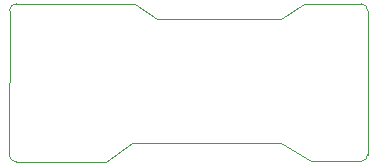
<source format=gbr>
%TF.GenerationSoftware,KiCad,Pcbnew,9.0.2-9.0.2-0~ubuntu22.04.1*%
%TF.CreationDate,2025-06-23T11:59:03+05:30*%
%TF.ProjectId,CP2102,43503231-3032-42e6-9b69-6361645f7063,rev?*%
%TF.SameCoordinates,Original*%
%TF.FileFunction,Profile,NP*%
%FSLAX46Y46*%
G04 Gerber Fmt 4.6, Leading zero omitted, Abs format (unit mm)*
G04 Created by KiCad (PCBNEW 9.0.2-9.0.2-0~ubuntu22.04.1) date 2025-06-23 11:59:03*
%MOMM*%
%LPD*%
G01*
G04 APERTURE LIST*
%TA.AperFunction,Profile*%
%ADD10C,0.050000*%
%TD*%
G04 APERTURE END LIST*
D10*
X104997800Y-47100000D02*
X112575000Y-47100000D01*
X127400000Y-45500000D02*
X129925000Y-47077170D01*
X112575000Y-47100000D02*
X114800000Y-45500000D01*
X127400000Y-35000000D02*
X129325000Y-33722830D01*
X104997830Y-47100000D02*
G75*
G02*
X104402312Y-46573445I-30J600000D01*
G01*
X104422830Y-34300000D02*
X104402342Y-46573686D01*
X114800000Y-45500000D02*
X127400000Y-45500000D01*
X116900000Y-35000000D02*
X127400000Y-35000000D01*
X115050000Y-33725000D02*
X116900000Y-35000000D01*
X105000000Y-33722830D02*
X115050000Y-33725000D01*
X134175000Y-47077170D02*
X129925000Y-47077170D01*
X104422830Y-34300000D02*
G75*
G02*
X105000000Y-33722830I577170J0D01*
G01*
X134749970Y-34300000D02*
X134752170Y-46500000D01*
X134172800Y-33722830D02*
X129325000Y-33722830D01*
X134752170Y-46500000D02*
G75*
G02*
X134175000Y-47077170I-577170J0D01*
G01*
X134172830Y-33722830D02*
G75*
G02*
X134749970Y-34300000I-30J-577170D01*
G01*
M02*

</source>
